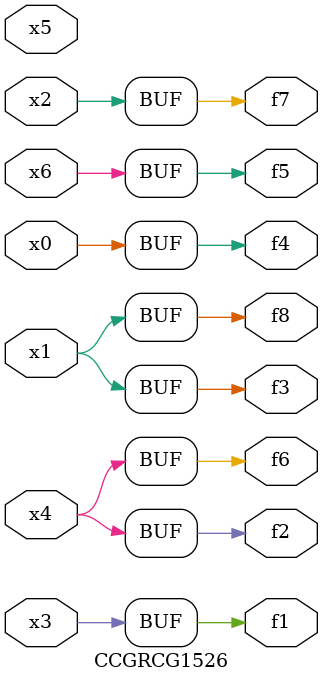
<source format=v>
module CCGRCG1526(
	input x0, x1, x2, x3, x4, x5, x6,
	output f1, f2, f3, f4, f5, f6, f7, f8
);
	assign f1 = x3;
	assign f2 = x4;
	assign f3 = x1;
	assign f4 = x0;
	assign f5 = x6;
	assign f6 = x4;
	assign f7 = x2;
	assign f8 = x1;
endmodule

</source>
